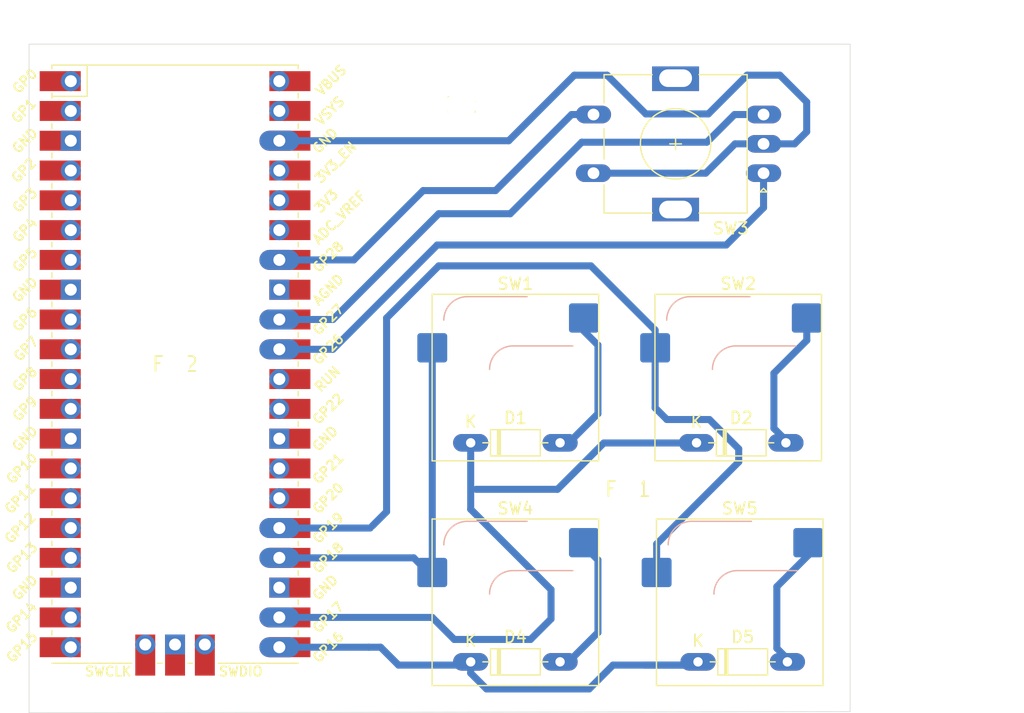
<source format=kicad_pcb>
(kicad_pcb (version 20241229) (generator "pcbnew") (generator_version "9.0")
  (layers (0 "F.Cu" signal) (2 "B.Cu" signal) (13 "F.Paste" user) (15 "B.Paste" user) (5 "F.SilkS" user "F.Silkscreen") (7 "B.SilkS" user "B.Silkscreen") (1 "F.Mask" user) (3 "B.Mask" user) (25 "Edge.Cuts" user))
  (net 0 "")
  (net 1 "Net-(D1-A)")
  (net 2 "Net-(U1-GPIO18)")
  (net 3 "Net-(D2-A)")
  (net 4 "Net-(D4-A)")
  (net 5 "Net-(D5-A)")
  (net 7 "Net-(U1-GPIO28_ADC2)")
  (net 8 "Net-(U1-GPIO26_ADC0)")
  (net 9 "Net-(SW3-PadC)")
  (net 10 "Net-(U1-GPIO27_ADC1)")
  (net 27 "Net-(D1-K)")
  (net 47 "Net-(D4-K)")
  (net 48 "Net-(U1-GPIO19)")
  (footprint "" (layer "F.Cu") (at 178.054 107.95)
    (property "Reference" "Fix1" (at 0 0 0) (layer "F.SilkS") (effects (font (size 1.27 1.27))))
    (property "Value" "")
    (pad "" np_thru_hole circle (at 0 0) (size 2.5 2.5) (drill 2.5) (layers "*.Cu" "*.Mask"))
  )
  (footprint "Switch_Keyboard_Hotswap_Kailh:SW_Hotswap_Kailh_MX" (layer "F.Cu") (at 187.587 117.58)
    (property "Reference" "SW5" (at 0 -8 0) (layer "F.SilkS"))
    (property "Value" "SW_Push_45deg")
    (fp_line (start -7.1 -7.1) (end -7.1 7.1) (stroke (width 0.12)) (layer "F.SilkS"))
    (fp_line (start -7.1 7.1) (end 7.1 7.1) (stroke (width 0.12)) (layer "F.SilkS"))
    (fp_line (start 7.1 -7.1) (end -7.1 -7.1) (stroke (width 0.12)) (layer "F.SilkS"))
    (fp_line (start 7.1 7.1) (end 7.1 -7.1) (stroke (width 0.12)) (layer "F.SilkS"))
    (fp_line (start -4.1 -6.9) (end 1 -6.9) (stroke (width 0.12)) (layer "B.SilkS"))
    (fp_line (start -0.2 -2.7) (end 4.9 -2.7) (stroke (width 0.12)) (layer "B.SilkS"))
    (fp_arc (start -6.1 -4.9) (mid -5.514214 -6.314214) (end -4.1 -6.9) (stroke (width 0.12)) (layer "B.SilkS"))
    (fp_arc (start -2.2 -0.7) (mid -1.614214 -2.114214) (end -0.2 -2.7) (stroke (width 0.12)) (layer "B.SilkS"))
    (pad "" np_thru_hole circle (at -5.08 0) (size 1.75 1.75) (drill 1.75) (layers "*.Cu" "*.Mask"))
    (pad "" np_thru_hole circle (at -3.81 -2.54) (size 3.05 3.05) (drill 3.05) (layers "*.Cu" "*.Mask"))
    (pad "" np_thru_hole circle (at 0 0) (size 4 4) (drill 4) (layers "*.Cu" "*.Mask"))
    (pad "" np_thru_hole circle (at 2.54 -5.08) (size 3.05 3.05) (drill 3.05) (layers "*.Cu" "*.Mask"))
    (pad "" np_thru_hole circle (at 5.08 0) (size 1.75 1.75) (drill 1.75) (layers "*.Cu" "*.Mask"))
    (pad "1" smd roundrect (at -7.085 -2.54) (size 2.55 2.5) (layers "B.Cu" "B.Mask" "B.Paste") (roundrect_rratio 0.1) (net 48 "Net-(U1-GPIO19)"))
    (pad "2" smd roundrect (at 5.842 -5.08) (size 2.55 2.5) (layers "B.Cu" "B.Mask" "B.Paste") (roundrect_rratio 0.1) (net 5 "Net-(D5-A)"))
  )
  (footprint "Switch_Keyboard_Hotswap_Kailh:SW_Hotswap_Kailh_MX" (layer "F.Cu") (at 168.46 98.425)
    (property "Reference" "SW1" (at 0 -8 0) (layer "F.SilkS"))
    (property "Value" "SW_Push_45deg")
    (fp_line (start -7.1 -7.1) (end -7.1 7.1) (stroke (width 0.12)) (layer "F.SilkS"))
    (fp_line (start -7.1 7.1) (end 7.1 7.1) (stroke (width 0.12)) (layer "F.SilkS"))
    (fp_line (start 7.1 -7.1) (end -7.1 -7.1) (stroke (width 0.12)) (layer "F.SilkS"))
    (fp_line (start 7.1 7.1) (end 7.1 -7.1) (stroke (width 0.12)) (layer "F.SilkS"))
    (fp_line (start -4.1 -6.9) (end 1 -6.9) (stroke (width 0.12)) (layer "B.SilkS"))
    (fp_line (start -0.2 -2.7) (end 4.9 -2.7) (stroke (width 0.12)) (layer "B.SilkS"))
    (fp_arc (start -6.1 -4.9) (mid -5.514214 -6.314214) (end -4.1 -6.9) (stroke (width 0.12)) (layer "B.SilkS"))
    (fp_arc (start -2.2 -0.7) (mid -1.614214 -2.114214) (end -0.2 -2.7) (stroke (width 0.12)) (layer "B.SilkS"))
    (pad "" np_thru_hole circle (at -5.08 0) (size 1.75 1.75) (drill 1.75) (layers "*.Cu" "*.Mask"))
    (pad "" np_thru_hole circle (at -3.81 -2.54) (size 3.05 3.05) (drill 3.05) (layers "*.Cu" "*.Mask"))
    (pad "" np_thru_hole circle (at 0 0) (size 4 4) (drill 4) (layers "*.Cu" "*.Mask"))
    (pad "" np_thru_hole circle (at 2.54 -5.08) (size 3.05 3.05) (drill 3.05) (layers "*.Cu" "*.Mask"))
    (pad "" np_thru_hole circle (at 5.08 0) (size 1.75 1.75) (drill 1.75) (layers "*.Cu" "*.Mask"))
    (pad "1" smd roundrect (at -7.085 -2.54) (size 2.55 2.5) (layers "B.Cu" "B.Mask" "B.Paste") (roundrect_rratio 0.1) (net 2 "Net-(U1-GPIO18)"))
    (pad "2" smd roundrect (at 5.842 -5.08) (size 2.55 2.5) (layers "B.Cu" "B.Mask" "B.Paste") (roundrect_rratio 0.1) (net 1 "Net-(D1-A)"))
  )
  (footprint "MCU_RaspberryPi_and_Boards:RPi_Pico_SMD_TH" (layer "F.Cu") (at 139.446 97.282)
    (property "Reference" "U1" (at 0 0 0) (layer "F.SilkS"))
    (property "Value" "Pico")
    (fp_line (start -10.5 -25.5) (end -10.5 -25.2) (stroke (width 0.12)) (layer "F.SilkS"))
    (fp_line (start -10.5 -25.5) (end 10.5 -25.5) (stroke (width 0.12)) (layer "F.SilkS"))
    (fp_line (start -10.5 -23.1) (end -10.5 -22.7) (stroke (width 0.12)) (layer "F.SilkS"))
    (fp_line (start -10.5 -22.833) (end -7.493 -22.833) (stroke (width 0.12)) (layer "F.SilkS"))
    (fp_line (start -10.5 -20.5) (end -10.5 -20.1) (stroke (width 0.12)) (layer "F.SilkS"))
    (fp_line (start -10.5 -18) (end -10.5 -17.6) (stroke (width 0.12)) (layer "F.SilkS"))
    (fp_line (start -10.5 -15.4) (end -10.5 -15) (stroke (width 0.12)) (layer "F.SilkS"))
    (fp_line (start -10.5 -12.9) (end -10.5 -12.5) (stroke (width 0.12)) (layer "F.SilkS"))
    (fp_line (start -10.5 -10.4) (end -10.5 -10) (stroke (width 0.12)) (layer "F.SilkS"))
    (fp_line (start -10.5 -7.8) (end -10.5 -7.4) (stroke (width 0.12)) (layer "F.SilkS"))
    (fp_line (start -10.5 -5.3) (end -10.5 -4.9) (stroke (width 0.12)) (layer "F.SilkS"))
    (fp_line (start -10.5 -2.7) (end -10.5 -2.3) (stroke (width 0.12)) (layer "F.SilkS"))
    (fp_line (start -10.5 -0.2) (end -10.5 0.2) (stroke (width 0.12)) (layer "F.SilkS"))
    (fp_line (start -10.5 2.3) (end -10.5 2.7) (stroke (width 0.12)) (layer "F.SilkS"))
    (fp_line (start -10.5 4.9) (end -10.5 5.3) (stroke (width 0.12)) (layer "F.SilkS"))
    (fp_line (start -10.5 7.4) (end -10.5 7.8) (stroke (width 0.12)) (layer "F.SilkS"))
    (fp_line (start -10.5 10) (end -10.5 10.4) (stroke (width 0.12)) (layer "F.SilkS"))
    (fp_line (start -10.5 12.5) (end -10.5 12.9) (stroke (width 0.12)) (layer "F.SilkS"))
    (fp_line (start -10.5 15.1) (end -10.5 15.5) (stroke (width 0.12)) (layer "F.SilkS"))
    (fp_line (start -10.5 17.6) (end -10.5 18) (stroke (width 0.12)) (layer "F.SilkS"))
    (fp_line (start -10.5 20.1) (end -10.5 20.5) (stroke (width 0.12)) (layer "F.SilkS"))
    (fp_line (start -10.5 22.7) (end -10.5 23.1) (stroke (width 0.12)) (layer "F.SilkS"))
    (fp_line (start -7.493 -22.833) (end -7.493 -25.5) (stroke (width 0.12)) (layer "F.SilkS"))
    (fp_line (start -3.7 25.5) (end -10.5 25.5) (stroke (width 0.12)) (layer "F.SilkS"))
    (fp_line (start -1.5 25.5) (end -1.1 25.5) (stroke (width 0.12)) (layer "F.SilkS"))
    (fp_line (start 1.1 25.5) (end 1.5 25.5) (stroke (width 0.12)) (layer "F.SilkS"))
    (fp_line (start 10.5 -25.5) (end 10.5 -25.2) (stroke (width 0.12)) (layer "F.SilkS"))
    (fp_line (start 10.5 -23.1) (end 10.5 -22.7) (stroke (width 0.12)) (layer "F.SilkS"))
    (fp_line (start 10.5 -20.5) (end 10.5 -20.1) (stroke (width 0.12)) (layer "F.SilkS"))
    (fp_line (start 10.5 -18) (end 10.5 -17.6) (stroke (width 0.12)) (layer "F.SilkS"))
    (fp_line (start 10.5 -15.4) (end 10.5 -15) (stroke (width 0.12)) (layer "F.SilkS"))
    (fp_line (start 10.5 -12.9) (end 10.5 -12.5) (stroke (width 0.12)) (layer "F.SilkS"))
    (fp_line (start 10.5 -10.4) (end 10.5 -10) (stroke (width 0.12)) (layer "F.SilkS"))
    (fp_line (start 10.5 -7.8) (end 10.5 -7.4) (stroke (width 0.12)) (layer "F.SilkS"))
    (fp_line (start 10.5 -5.3) (end 10.5 -4.9) (stroke (width 0.12)) (layer "F.SilkS"))
    (fp_line (start 10.5 -2.7) (end 10.5 -2.3) (stroke (width 0.12)) (layer "F.SilkS"))
    (fp_line (start 10.5 -0.2) (end 10.5 0.2) (stroke (width 0.12)) (layer "F.SilkS"))
    (fp_line (start 10.5 2.3) (end 10.5 2.7) (stroke (width 0.12)) (layer "F.SilkS"))
    (fp_line (start 10.5 4.9) (end 10.5 5.3) (stroke (width 0.12)) (layer "F.SilkS"))
    (fp_line (start 10.5 7.4) (end 10.5 7.8) (stroke (width 0.12)) (layer "F.SilkS"))
    (fp_line (start 10.5 10) (end 10.5 10.4) (stroke (width 0.12)) (layer "F.SilkS"))
    (fp_line (start 10.5 12.5) (end 10.5 12.9) (stroke (width 0.12)) (layer "F.SilkS"))
    (fp_line (start 10.5 15.1) (end 10.5 15.5) (stroke (width 0.12)) (layer "F.SilkS"))
    (fp_line (start 10.5 17.6) (end 10.5 18) (stroke (width 0.12)) (layer "F.SilkS"))
    (fp_line (start 10.5 20.1) (end 10.5 20.5) (stroke (width 0.12)) (layer "F.SilkS"))
    (fp_line (start 10.5 22.7) (end 10.5 23.1) (stroke (width 0.12)) (layer "F.SilkS"))
    (fp_line (start 10.5 25.5) (end 3.7 25.5) (stroke (width 0.12)) (layer "F.SilkS"))
    (fp_text user "AGND" (at 13.054 -6.35 45) (layer "F.SilkS") (effects (font (size 0.8 0.8))))
    (fp_text user "GP0" (at -12.8 -24.13 45) (layer "F.SilkS") (effects (font (size 0.8 0.8))))
    (fp_text user "GP5" (at -12.8 -8.89 45) (layer "F.SilkS") (effects (font (size 0.8 0.8))))
    (fp_text user "GP11" (at -13.2 11.43 45) (layer "F.SilkS") (effects (font (size 0.8 0.8))))
    (fp_text user "GP2" (at -12.9 -16.51 45) (layer "F.SilkS") (effects (font (size 0.8 0.8))))
    (fp_text user "RUN" (at 13 1.27 45) (layer "F.SilkS") (effects (font (size 0.8 0.8))))
    (fp_text user "GP16" (at 13.054 24.13 45) (layer "F.SilkS") (effects (font (size 0.8 0.8))))
    (fp_text user "GP7" (at -12.7 -1.3 45) (layer "F.SilkS") (effects (font (size 0.8 0.8))))
    (fp_text user "GP13" (at -13.054 16.51 45) (layer "F.SilkS") (effects (font (size 0.8 0.8))))
    (fp_text user "GND" (at 12.8 -19.05 45) (layer "F.SilkS") (effects (font (size 0.8 0.8))))
    (fp_text user "GND" (at -12.8 6.35 45) (layer "F.SilkS") (effects (font (size 0.8 0.8))))
    (fp_text user "VSYS" (at 13.2 -21.59 45) (layer "F.SilkS") (effects (font (size 0.8 0.8))))
    (fp_text user "3V3" (at 12.9 -13.9 45) (layer "F.SilkS") (effects (font (size 0.8 0.8))))
    (fp_text user "GP21" (at 13.054 8.9 45) (layer "F.SilkS") (effects (font (size 0.8 0.8))))
    (fp_text user "GP28" (at 13.054 -9.144 45) (layer "F.SilkS") (effects (font (size 0.8 0.8))))
    (fp_text user "SWDIO" (at 5.6 26.2 0) (layer "F.SilkS") (effects (font (size 0.8 0.8))))
    (fp_text user "SWCLK" (at -5.7 26.2 0) (layer "F.SilkS") (effects (font (size 0.8 0.8))))
    (fp_text user "GND" (at 12.8 19.05 45) (layer "F.SilkS") (effects (font (size 0.8 0.8))))
    (fp_text user "GP8" (at -12.8 1.27 45) (layer "F.SilkS") (effects (font (size 0.8 0.8))))
    (fp_text user "3V3_EN" (at 13.7 -17.2 45) (layer "F.SilkS") (effects (font (size 0.8 0.8))))
    (fp_text user "VBUS" (at 13.3 -24.2 45) (layer "F.SilkS") (effects (font (size 0.8 0.8))))
    (fp_text user "GP14" (at -13.1 21.59 45) (layer "F.SilkS") (effects (font (size 0.8 0.8))))
    (fp_text user "GND" (at 12.8 6.35 45) (layer "F.SilkS") (effects (font (size 0.8 0.8))))
    (fp_text user "GP12" (at -13.2 13.97 45) (layer "F.SilkS") (effects (font (size 0.8 0.8))))
    (fp_text user "GP20" (at 13.054 11.43 45) (layer "F.SilkS") (effects (font (size 0.8 0.8))))
    (fp_text user "GP10" (at -13.054 8.89 45) (layer "F.SilkS") (effects (font (size 0.8 0.8))))
    (fp_text user "GND" (at -12.8 19.05 45) (layer "F.SilkS") (effects (font (size 0.8 0.8))))
    (fp_text user "GP18" (at 13.054 16.51 45) (layer "F.SilkS") (effects (font (size 0.8 0.8))))
    (fp_text user "GP9" (at -12.8 3.81 45) (layer "F.SilkS") (effects (font (size 0.8 0.8))))
    (fp_text user "ADC_VREF" (at 14 -12.5 45) (layer "F.SilkS") (effects (font (size 0.8 0.8))))
    (fp_text user "GP4" (at -12.8 -11.43 45) (layer "F.SilkS") (effects (font (size 0.8 0.8))))
    (fp_text user "GP15" (at -13.054 24.13 45) (layer "F.SilkS") (effects (font (size 0.8 0.8))))
    (fp_text user "GND" (at -12.8 -19.05 45) (layer "F.SilkS") (effects (font (size 0.8 0.8))))
    (fp_text user "GP19" (at 13.054 13.97 45) (layer "F.SilkS") (effects (font (size 0.8 0.8))))
    (fp_text user "GP26" (at 13.054 -1.27 45) (layer "F.SilkS") (effects (font (size 0.8 0.8))))
    (fp_text user "GP1" (at -12.9 -21.6 45) (layer "F.SilkS") (effects (font (size 0.8 0.8))))
    (fp_text user "GP27" (at 13.054 -3.8 45) (layer "F.SilkS") (effects (font (size 0.8 0.8))))
    (fp_text user "GND" (at -12.8 -6.35 45) (layer "F.SilkS") (effects (font (size 0.8 0.8))))
    (fp_text user "GP22" (at 13.054 3.81 45) (layer "F.SilkS") (effects (font (size 0.8 0.8))))
    (fp_text user "GP6" (at -12.8 -3.81 45) (layer "F.SilkS") (effects (font (size 0.8 0.8))))
    (fp_text user "GP3" (at -12.8 -13.97 45) (layer "F.SilkS") (effects (font (size 0.8 0.8))))
    (fp_text user "GP17" (at 13.054 21.59 45) (layer "F.SilkS") (effects (font (size 0.8 0.8))))
    (pad "" np_thru_hole oval (at -2.725 -24) (size 1.8 1.8) (drill 1.8) (layers "*.Cu" "*.Mask"))
    (pad "" np_thru_hole oval (at -2.425 -20.97) (size 1.5 1.5) (drill 1.5) (layers "*.Cu" "*.Mask"))
    (pad "" np_thru_hole oval (at 0 -12) (size 4 4) (drill 4) (layers "*.Cu" "*.Mask"))
    (pad "" np_thru_hole oval (at 0 11) (size 4 4) (drill 4) (layers "*.Cu" "*.Mask"))
    (pad "" np_thru_hole oval (at 2.425 -20.97) (size 1.5 1.5) (drill 1.5) (layers "*.Cu" "*.Mask"))
    (pad "" np_thru_hole oval (at 2.725 -24) (size 1.8 1.8) (drill 1.8) (layers "*.Cu" "*.Mask"))
    (pad "1" thru_hole oval (at -8.89 -24.13) (size 1.7 1.7) (drill 1.02) (layers "*.Cu" "*.Mask"))
    (pad "1" smd rect (at -8.89 -24.13) (size 3.5 1.7) (drill (offset -0.9 0)) (layers "F.Cu" "F.Mask"))
    (pad "2" thru_hole oval (at -8.89 -21.59) (size 1.7 1.7) (drill 1.02) (layers "*.Cu" "*.Mask"))
    (pad "2" smd rect (at -8.89 -21.59) (size 3.5 1.7) (drill (offset -0.9 0)) (layers "F.Cu" "F.Mask"))
    (pad "3" thru_hole rect (at -8.89 -19.05) (size 1.7 1.7) (drill 1.02) (layers "*.Cu" "*.Mask"))
    (pad "3" smd rect (at -8.89 -19.05) (size 3.5 1.7) (drill (offset -0.9 0)) (layers "F.Cu" "F.Mask"))
    (pad "4" thru_hole oval (at -8.89 -16.51) (size 1.7 1.7) (drill 1.02) (layers "*.Cu" "*.Mask"))
    (pad "4" smd rect (at -8.89 -16.51) (size 3.5 1.7) (drill (offset -0.9 0)) (layers "F.Cu" "F.Mask"))
    (pad "5" thru_hole oval (at -8.89 -13.97) (size 1.7 1.7) (drill 1.02) (layers "*.Cu" "*.Mask"))
    (pad "5" smd rect (at -8.89 -13.97) (size 3.5 1.7) (drill (offset -0.9 0)) (layers "F.Cu" "F.Mask"))
    (pad "6" thru_hole oval (at -8.89 -11.43) (size 1.7 1.7) (drill 1.02) (layers "*.Cu" "*.Mask"))
    (pad "6" smd rect (at -8.89 -11.43) (size 3.5 1.7) (drill (offset -0.9 0)) (layers "F.Cu" "F.Mask"))
    (pad "7" thru_hole oval (at -8.89 -8.89) (size 1.7 1.7) (drill 1.02) (layers "*.Cu" "*.Mask"))
    (pad "7" smd rect (at -8.89 -8.89) (size 3.5 1.7) (drill (offset -0.9 0)) (layers "F.Cu" "F.Mask"))
    (pad "8" thru_hole rect (at -8.89 -6.35) (size 1.7 1.7) (drill 1.02) (layers "*.Cu" "*.Mask"))
    (pad "8" smd rect (at -8.89 -6.35) (size 3.5 1.7) (drill (offset -0.9 0)) (layers "F.Cu" "F.Mask"))
    (pad "9" thru_hole oval (at -8.89 -3.81) (size 1.7 1.7) (drill 1.02) (layers "*.Cu" "*.Mask"))
    (pad "9" smd rect (at -8.89 -3.81) (size 3.5 1.7) (drill (offset -0.9 0)) (layers "F.Cu" "F.Mask"))
    (pad "10" thru_hole oval (at -8.89 -1.27) (size 1.7 1.7) (drill 1.02) (layers "*.Cu" "*.Mask"))
    (pad "10" smd rect (at -8.89 -1.27) (size 3.5 1.7) (drill (offset -0.9 0)) (layers "F.Cu" "F.Mask"))
    (pad "11" thru_hole oval (at -8.89 1.27) (size 1.7 1.7) (drill 1.02) (layers "*.Cu" "*.Mask"))
    (pad "11" smd rect (at -8.89 1.27) (size 3.5 1.7) (drill (offset -0.9 0)) (layers "F.Cu" "F.Mask"))
    (pad "12" thru_hole oval (at -8.89 3.81) (size 1.7 1.7) (drill 1.02) (layers "*.Cu" "*.Mask"))
    (pad "12" smd rect (at -8.89 3.81) (size 3.5 1.7) (drill (offset -0.9 0)) (layers "F.Cu" "F.Mask"))
    (pad "13" thru_hole rect (at -8.89 6.35) (size 1.7 1.7) (drill 1.02) (layers "*.Cu" "*.Mask"))
    (pad "13" smd rect (at -8.89 6.35) (size 3.5 1.7) (drill (offset -0.9 0)) (layers "F.Cu" "F.Mask"))
    (pad "14" thru_hole oval (at -8.89 8.89) (size 1.7 1.7) (drill 1.02) (layers "*.Cu" "*.Mask"))
    (pad "14" smd rect (at -8.89 8.89) (size 3.5 1.7) (drill (offset -0.9 0)) (layers "F.Cu" "F.Mask"))
    (pad "15" thru_hole oval (at -8.89 11.43) (size 1.7 1.7) (drill 1.02) (layers "*.Cu" "*.Mask"))
    (pad "15" smd rect (at -8.89 11.43) (size 3.5 1.7) (drill (offset -0.9 0)) (layers "F.Cu" "F.Mask"))
    (pad "16" thru_hole oval (at -8.89 13.97) (size 1.7 1.7) (drill 1.02) (layers "*.Cu" "*.Mask"))
    (pad "16" smd rect (at -8.89 13.97) (size 3.5 1.7) (drill (offset -0.9 0)) (layers "F.Cu" "F.Mask"))
    (pad "17" thru_hole oval (at -8.89 16.51) (size 1.7 1.7) (drill 1.02) (layers "*.Cu" "*.Mask"))
    (pad "17" smd rect (at -8.89 16.51) (size 3.5 1.7) (drill (offset -0.9 0)) (layers "F.Cu" "F.Mask"))
    (pad "18" thru_hole rect (at -8.89 19.05) (size 1.7 1.7) (drill 1.02) (layers "*.Cu" "*.Mask"))
    (pad "18" smd rect (at -8.89 19.05) (size 3.5 1.7) (drill (offset -0.9 0)) (layers "F.Cu" "F.Mask"))
    (pad "19" thru_hole oval (at -8.89 21.59) (size 1.7 1.7) (drill 1.02) (layers "*.Cu" "*.Mask"))
    (pad "19" smd rect (at -8.89 21.59) (size 3.5 1.7) (drill (offset -0.9 0)) (layers "F.Cu" "F.Mask"))
    (pad "20" thru_hole oval (at -8.89 24.13) (size 1.7 1.7) (drill 1.02) (layers "*.Cu" "*.Mask"))
    (pad "20" smd rect (at -8.89 24.13) (size 3.5 1.7) (drill (offset -0.9 0)) (layers "F.Cu" "F.Mask"))
    (pad "21" thru_hole oval (at 8.89 24.13) (size 3.4 1.7) (drill 1.02) (layers "*.Cu" "*.Mask") (net 47 "Net-(D4-K)"))
    (pad "21" smd rect (at 8.89 24.13) (size 3.5 1.7) (drill (offset 0.9 0)) (layers "F.Cu" "F.Mask") (net 47 "Net-(D4-K)"))
    (pad "22" thru_hole oval (at 8.89 21.59) (size 3.4 1.7) (drill 1.02) (layers "*.Cu" "*.Mask") (net 27 "Net-(D1-K)"))
    (pad "22" smd rect (at 8.89 21.59) (size 3.5 1.7) (drill (offset 0.9 0)) (layers "F.Cu" "F.Mask") (net 27 "Net-(D1-K)"))
    (pad "23" thru_hole rect (at 8.89 19.05) (size 1.7 1.7) (drill 1.02) (layers "*.Cu" "*.Mask"))
    (pad "23" smd rect (at 8.89 19.05) (size 3.5 1.7) (drill (offset 0.9 0)) (layers "F.Cu" "F.Mask"))
    (pad "24" thru_hole oval (at 8.89 16.51) (size 3.4 1.7) (drill 1.02) (layers "*.Cu" "*.Mask") (net 2 "Net-(U1-GPIO18)"))
    (pad "24" smd rect (at 8.89 16.51) (size 3.5 1.7) (drill (offset 0.9 0)) (layers "F.Cu" "F.Mask") (net 2 "Net-(U1-GPIO18)"))
    (pad "25" thru_hole oval (at 8.89 13.97) (size 3.4 1.7) (drill 1.02) (layers "*.Cu" "*.Mask") (net 48 "Net-(U1-GPIO19)"))
    (pad "25" smd rect (at 8.89 13.97) (size 3.5 1.7) (drill (offset 0.9 0)) (layers "F.Cu" "F.Mask") (net 48 "Net-(U1-GPIO19)"))
    (pad "26" thru_hole oval (at 8.89 11.43) (size 1.7 1.7) (drill 1.02) (layers "*.Cu" "*.Mask"))
    (pad "26" smd rect (at 8.89 11.43) (size 3.5 1.7) (drill (offset 0.9 0)) (layers "F.Cu" "F.Mask"))
    (pad "27" thru_hole oval (at 8.89 8.89) (size 1.7 1.7) (drill 1.02) (layers "*.Cu" "*.Mask"))
    (pad "27" smd rect (at 8.89 8.89) (size 3.5 1.7) (drill (offset 0.9 0)) (layers "F.Cu" "F.Mask"))
    (pad "28" thru_hole rect (at 8.89 6.35) (size 1.7 1.7) (drill 1.02) (layers "*.Cu" "*.Mask"))
    (pad "28" smd rect (at 8.89 6.35) (size 3.5 1.7) (drill (offset 0.9 0)) (layers "F.Cu" "F.Mask"))
    (pad "29" thru_hole oval (at 8.89 3.81) (size 1.7 1.7) (drill 1.02) (layers "*.Cu" "*.Mask"))
    (pad "29" smd rect (at 8.89 3.81) (size 3.5 1.7) (drill (offset 0.9 0)) (layers "F.Cu" "F.Mask"))
    (pad "30" thru_hole oval (at 8.89 1.27) (size 1.7 1.7) (drill 1.02) (layers "*.Cu" "*.Mask"))
    (pad "30" smd rect (at 8.89 1.27) (size 3.5 1.7) (drill (offset 0.9 0)) (layers "F.Cu" "F.Mask"))
    (pad "31" thru_hole oval (at 8.89 -1.27) (size 3.4 1.7) (drill 1.02) (layers "*.Cu" "*.Mask") (net 8 "Net-(U1-GPIO26_ADC0)"))
    (pad "31" smd rect (at 8.89 -1.27) (size 3.5 1.7) (drill (offset 0.9 0)) (layers "F.Cu" "F.Mask") (net 8 "Net-(U1-GPIO26_ADC0)"))
    (pad "32" thru_hole oval (at 8.89 -3.81) (size 3.4 1.7) (drill 1.02) (layers "*.Cu" "*.Mask") (net 10 "Net-(U1-GPIO27_ADC1)"))
    (pad "32" smd rect (at 8.89 -3.81) (size 3.5 1.7) (drill (offset 0.9 0)) (layers "F.Cu" "F.Mask") (net 10 "Net-(U1-GPIO27_ADC1)"))
    (pad "33" thru_hole rect (at 8.89 -6.35) (size 1.7 1.7) (drill 1.02) (layers "*.Cu" "*.Mask"))
    (pad "33" smd rect (at 8.89 -6.35) (size 3.5 1.7) (drill (offset 0.9 0)) (layers "F.Cu" "F.Mask"))
    (pad "34" thru_hole oval (at 8.89 -8.89) (size 3.4 1.7) (drill 1.02) (layers "*.Cu" "*.Mask") (net 7 "Net-(U1-GPIO28_ADC2)"))
    (pad "34" smd rect (at 8.89 -8.89) (size 3.5 1.7) (drill (offset 0.9 0)) (layers "F.Cu" "F.Mask") (net 7 "Net-(U1-GPIO28_ADC2)"))
    (pad "35" thru_hole oval (at 8.89 -11.43) (size 1.7 1.7) (drill 1.02) (layers "*.Cu" "*.Mask"))
    (pad "35" smd rect (at 8.89 -11.43) (size 3.5 1.7) (drill (offset 0.9 0)) (layers "F.Cu" "F.Mask"))
    (pad "36" thru_hole oval (at 8.89 -13.97) (size 1.7 1.7) (drill 1.02) (layers "*.Cu" "*.Mask"))
    (pad "36" smd rect (at 8.89 -13.97) (size 3.5 1.7) (drill (offset 0.9 0)) (layers "F.Cu" "F.Mask"))
    (pad "37" thru_hole oval (at 8.89 -16.51) (size 1.7 1.7) (drill 1.02) (layers "*.Cu" "*.Mask"))
    (pad "37" smd rect (at 8.89 -16.51) (size 3.5 1.7) (drill (offset 0.9 0)) (layers "F.Cu" "F.Mask"))
    (pad "38" thru_hole oval (at 8.89 -19.05) (size 3.4 1.7) (drill 1.02) (layers "*.Cu" "*.Mask") (net 9 "Net-(SW3-PadC)"))
    (pad "38" smd rect (at 8.89 -19.05) (size 3.5 1.7) (drill (offset 0.9 0)) (layers "F.Cu" "F.Mask") (net 9 "Net-(SW3-PadC)"))
    (pad "39" thru_hole oval (at 8.89 -21.59) (size 1.7 1.7) (drill 1.02) (layers "*.Cu" "*.Mask"))
    (pad "39" smd rect (at 8.89 -21.59) (size 3.5 1.7) (drill (offset 0.9 0)) (layers "F.Cu" "F.Mask"))
    (pad "40" thru_hole oval (at 8.89 -24.13) (size 1.7 1.7) (drill 1.02) (layers "*.Cu" "*.Mask"))
    (pad "40" smd rect (at 8.89 -24.13) (size 3.5 1.7) (drill (offset 0.9 0)) (layers "F.Cu" "F.Mask"))
    (pad "41" thru_hole oval (at -2.54 23.9) (size 1.7 1.7) (drill 1.02) (layers "*.Cu" "*.Mask"))
    (pad "41" smd rect (at -2.54 23.9 90) (size 3.5 1.7) (drill (offset -0.9 0)) (layers "F.Cu" "F.Mask"))
    (pad "42" thru_hole rect (at 0 23.9) (size 1.7 1.7) (drill 1.02) (layers "*.Cu" "*.Mask"))
    (pad "42" smd rect (at 0 23.9 90) (size 3.5 1.7) (drill (offset -0.9 0)) (layers "F.Cu" "F.Mask"))
    (pad "43" thru_hole oval (at 2.54 23.9) (size 1.7 1.7) (drill 1.02) (layers "*.Cu" "*.Mask"))
    (pad "43" smd rect (at 2.54 23.9 90) (size 3.5 1.7) (drill (offset -0.9 0)) (layers "F.Cu" "F.Mask"))
  )
  (footprint "Diode_THT:D_DO-35_SOD27_P7.62mm_Horizontal" (layer "F.Cu") (at 184.031 122.66)
    (property "Reference" "D5" (at 3.81 -2.12 0) (layer "F.SilkS"))
    (property "Value" "1N4148")
    (fp_line (start 1.04 0) (end 1.69 0) (stroke (width 0.12)) (layer "F.SilkS"))
    (fp_line (start 1.69 -1.12) (end 1.69 1.12) (stroke (width 0.12)) (layer "F.SilkS"))
    (fp_line (start 1.69 1.12) (end 5.93 1.12) (stroke (width 0.12)) (layer "F.SilkS"))
    (fp_line (start 2.29 -1.12) (end 2.29 1.12) (stroke (width 0.12)) (layer "F.SilkS"))
    (fp_line (start 2.41 -1.12) (end 2.41 1.12) (stroke (width 0.12)) (layer "F.SilkS"))
    (fp_line (start 2.53 -1.12) (end 2.53 1.12) (stroke (width 0.12)) (layer "F.SilkS"))
    (fp_line (start 5.93 -1.12) (end 1.69 -1.12) (stroke (width 0.12)) (layer "F.SilkS"))
    (fp_line (start 5.93 1.12) (end 5.93 -1.12) (stroke (width 0.12)) (layer "F.SilkS"))
    (fp_line (start 6.58 0) (end 5.93 0) (stroke (width 0.12)) (layer "F.SilkS"))
    (fp_text user "K" (at 0 -1.8 0) (layer "F.SilkS"))
    (pad "1" thru_hole oval (at 0 0) (size 3 1.5) (drill 0.8) (layers "*.Cu" "*.Mask") (net 47 "Net-(D4-K)"))
    (pad "2" thru_hole oval (at 7.62 0) (size 3 1.5) (drill 0.8) (layers "*.Cu" "*.Mask") (net 5 "Net-(D5-A)"))
  )
  (footprint "" (layer "F.Cu") (at 139.446 97.282)
    (property "Reference" "Fix2" (at 0 0 0) (layer "F.SilkS") (effects (font (size 1.27 1.27))))
    (property "Value" "")
    (pad "" np_thru_hole circle (at 0 0) (size 2.5 2.5) (drill 2.5) (layers "*.Cu" "*.Mask"))
  )
  (footprint "Diode_THT:D_DO-35_SOD27_P7.62mm_Horizontal" (layer "F.Cu") (at 164.65 103.985)
    (property "Reference" "D1" (at 3.81 -2.12 0) (layer "F.SilkS"))
    (property "Value" "1N4148")
    (fp_line (start 1.04 0) (end 1.69 0) (stroke (width 0.12)) (layer "F.SilkS"))
    (fp_line (start 1.69 -1.12) (end 1.69 1.12) (stroke (width 0.12)) (layer "F.SilkS"))
    (fp_line (start 1.69 1.12) (end 5.93 1.12) (stroke (width 0.12)) (layer "F.SilkS"))
    (fp_line (start 2.29 -1.12) (end 2.29 1.12) (stroke (width 0.12)) (layer "F.SilkS"))
    (fp_line (start 2.41 -1.12) (end 2.41 1.12) (stroke (width 0.12)) (layer "F.SilkS"))
    (fp_line (start 2.53 -1.12) (end 2.53 1.12) (stroke (width 0.12)) (layer "F.SilkS"))
    (fp_line (start 5.93 -1.12) (end 1.69 -1.12) (stroke (width 0.12)) (layer "F.SilkS"))
    (fp_line (start 5.93 1.12) (end 5.93 -1.12) (stroke (width 0.12)) (layer "F.SilkS"))
    (fp_line (start 6.58 0) (end 5.93 0) (stroke (width 0.12)) (layer "F.SilkS"))
    (fp_text user "K" (at 0 -1.8 0) (layer "F.SilkS"))
    (pad "1" thru_hole oval (at 0 0) (size 3 1.5) (drill 0.8) (layers "*.Cu" "*.Mask") (net 27 "Net-(D1-K)"))
    (pad "2" thru_hole oval (at 7.62 0) (size 3 1.5) (drill 0.8) (layers "*.Cu" "*.Mask") (net 1 "Net-(D1-A)"))
  )
  (footprint "Switch_Keyboard_Hotswap_Kailh:SW_Hotswap_Kailh_MX" (layer "F.Cu") (at 187.46 98.425)
    (property "Reference" "SW2" (at 0 -8 0) (layer "F.SilkS"))
    (property "Value" "SW_Push_45deg")
    (fp_line (start -7.1 -7.1) (end -7.1 7.1) (stroke (width 0.12)) (layer "F.SilkS"))
    (fp_line (start -7.1 7.1) (end 7.1 7.1) (stroke (width 0.12)) (layer "F.SilkS"))
    (fp_line (start 7.1 -7.1) (end -7.1 -7.1) (stroke (width 0.12)) (layer "F.SilkS"))
    (fp_line (start 7.1 7.1) (end 7.1 -7.1) (stroke (width 0.12)) (layer "F.SilkS"))
    (fp_line (start -4.1 -6.9) (end 1 -6.9) (stroke (width 0.12)) (layer "B.SilkS"))
    (fp_line (start -0.2 -2.7) (end 4.9 -2.7) (stroke (width 0.12)) (layer "B.SilkS"))
    (fp_arc (start -6.1 -4.9) (mid -5.514214 -6.314214) (end -4.1 -6.9) (stroke (width 0.12)) (layer "B.SilkS"))
    (fp_arc (start -2.2 -0.7) (mid -1.614214 -2.114214) (end -0.2 -2.7) (stroke (width 0.12)) (layer "B.SilkS"))
    (pad "" np_thru_hole circle (at -5.08 0) (size 1.75 1.75) (drill 1.75) (layers "*.Cu" "*.Mask"))
    (pad "" np_thru_hole circle (at -3.81 -2.54) (size 3.05 3.05) (drill 3.05) (layers "*.Cu" "*.Mask"))
    (pad "" np_thru_hole circle (at 0 0) (size 4 4) (drill 4) (layers "*.Cu" "*.Mask"))
    (pad "" np_thru_hole circle (at 2.54 -5.08) (size 3.05 3.05) (drill 3.05) (layers "*.Cu" "*.Mask"))
    (pad "" np_thru_hole circle (at 5.08 0) (size 1.75 1.75) (drill 1.75) (layers "*.Cu" "*.Mask"))
    (pad "1" smd roundrect (at -7.085 -2.54) (size 2.55 2.5) (layers "B.Cu" "B.Mask" "B.Paste") (roundrect_rratio 0.1) (net 48 "Net-(U1-GPIO19)"))
    (pad "2" smd roundrect (at 5.842 -5.08) (size 2.55 2.5) (layers "B.Cu" "B.Mask" "B.Paste") (roundrect_rratio 0.1) (net 3 "Net-(D2-A)"))
  )
  (footprint "Rotary_Encoder:RotaryEncoder_Alps_EC11E-Switch_Vertical_H20mm" (layer "F.Cu") (at 189.618 80.998 180)
    (property "Reference" "SW3" (at 2.8 -4.7 0) (layer "F.SilkS"))
    (property "Value" "RotaryEncoder_Switch_MP")
    (fp_line (start 13.6 8.4) (end 9.5 8.4) (stroke (width 0.12)) (layer "F.SilkS"))
    (fp_line (start 13.6 6) (end 13.6 8.4) (stroke (width 0.12)) (layer "F.SilkS"))
    (fp_line (start 13.6 1.2) (end 13.6 3.8) (stroke (width 0.12)) (layer "F.SilkS"))
    (fp_line (start 13.6 -3.4) (end 13.6 -1) (stroke (width 0.12)) (layer "F.SilkS"))
    (fp_line (start 9.5 -3.4) (end 13.6 -3.4) (stroke (width 0.12)) (layer "F.SilkS"))
    (fp_line (start 7.5 2) (end 7.5 3) (stroke (width 0.12)) (layer "F.SilkS"))
    (fp_line (start 7 2.5) (end 8 2.5) (stroke (width 0.12)) (layer "F.SilkS"))
    (fp_line (start 5.5 8.4) (end 1.4 8.4) (stroke (width 0.12)) (layer "F.SilkS"))
    (fp_line (start 5.5 -3.4) (end 1.4 -3.4) (stroke (width 0.12)) (layer "F.SilkS"))
    (fp_line (start 1.4 -3.4) (end 1.4 8.4) (stroke (width 0.12)) (layer "F.SilkS"))
    (fp_line (start 0.3 -1.6) (end 0 -1.3) (stroke (width 0.12)) (layer "F.SilkS"))
    (fp_line (start 0 -1.3) (end -0.3 -1.6) (stroke (width 0.12)) (layer "F.SilkS"))
    (fp_line (start -0.3 -1.6) (end 0.3 -1.6) (stroke (width 0.12)) (layer "F.SilkS"))
    (fp_circle (center 7.5 2.5) (end 10.5 2.5) (stroke (width 0.12)) (fill no) (layer "F.SilkS"))
    (pad "A" thru_hole oval (at 0 0 180) (size 3 1.5) (drill 1) (layers "*.Cu" "*.Mask") (net 8 "Net-(U1-GPIO26_ADC0)"))
    (pad "B" thru_hole oval (at 0 5 180) (size 3 1.5) (drill 1) (layers "*.Cu" "*.Mask") (net 10 "Net-(U1-GPIO27_ADC1)"))
    (pad "C" thru_hole oval (at 0 2.5 180) (size 3 1.5) (drill 1) (layers "*.Cu" "*.Mask") (net 9 "Net-(SW3-PadC)"))
    (pad "MP" thru_hole rect (at 7.5 -3.1 180) (size 4 2) (drill oval 2.8 1.5) (layers "*.Cu" "*.Mask"))
    (pad "MP" thru_hole rect (at 7.5 8.1 180) (size 4 2.1) (drill oval 2.8 1.5 (offset 0 -0.05)) (layers "*.Cu" "*.Mask"))
    (pad "S1" thru_hole oval (at 14.5 5) (size 3 1.5) (drill 1) (layers "*.Cu" "*.Mask") (net 7 "Net-(U1-GPIO28_ADC2)"))
    (pad "S2" thru_hole oval (at 14.5 0) (size 3 1.5) (drill 1) (layers "*.Cu" "*.Mask") (net 9 "Net-(SW3-PadC)"))
  )
  (footprint "Diode_THT:D_DO-35_SOD27_P7.62mm_Horizontal" (layer "F.Cu") (at 164.65 122.66)
    (property "Reference" "D4" (at 3.81 -2.12 0) (layer "F.SilkS"))
    (property "Value" "1N4148")
    (fp_line (start 1.04 0) (end 1.69 0) (stroke (width 0.12)) (layer "F.SilkS"))
    (fp_line (start 1.69 -1.12) (end 1.69 1.12) (stroke (width 0.12)) (layer "F.SilkS"))
    (fp_line (start 1.69 1.12) (end 5.93 1.12) (stroke (width 0.12)) (layer "F.SilkS"))
    (fp_line (start 2.29 -1.12) (end 2.29 1.12) (stroke (width 0.12)) (layer "F.SilkS"))
    (fp_line (start 2.41 -1.12) (end 2.41 1.12) (stroke (width 0.12)) (layer "F.SilkS"))
    (fp_line (start 2.53 -1.12) (end 2.53 1.12) (stroke (width 0.12)) (layer "F.SilkS"))
    (fp_line (start 5.93 -1.12) (end 1.69 -1.12) (stroke (width 0.12)) (layer "F.SilkS"))
    (fp_line (start 5.93 1.12) (end 5.93 -1.12) (stroke (width 0.12)) (layer "F.SilkS"))
    (fp_line (start 6.58 0) (end 5.93 0) (stroke (width 0.12)) (layer "F.SilkS"))
    (fp_text user "K" (at 0 -1.8 0) (layer "F.SilkS"))
    (pad "1" thru_hole oval (at 0 0) (size 3 1.5) (drill 0.8) (layers "*.Cu" "*.Mask") (net 47 "Net-(D4-K)"))
    (pad "2" thru_hole oval (at 7.62 0) (size 3 1.5) (drill 0.8) (layers "*.Cu" "*.Mask") (net 4 "Net-(D4-A)"))
  )
  (footprint "Diode_THT:D_DO-35_SOD27_P7.62mm_Horizontal" (layer "F.Cu") (at 183.904 103.985)
    (property "Reference" "D2" (at 3.81 -2.12 0) (layer "F.SilkS"))
    (property "Value" "1N4148")
    (fp_line (start 1.04 0) (end 1.69 0) (stroke (width 0.12)) (layer "F.SilkS"))
    (fp_line (start 1.69 -1.12) (end 1.69 1.12) (stroke (width 0.12)) (layer "F.SilkS"))
    (fp_line (start 1.69 1.12) (end 5.93 1.12) (stroke (width 0.12)) (layer "F.SilkS"))
    (fp_line (start 2.29 -1.12) (end 2.29 1.12) (stroke (width 0.12)) (layer "F.SilkS"))
    (fp_line (start 2.41 -1.12) (end 2.41 1.12) (stroke (width 0.12)) (layer "F.SilkS"))
    (fp_line (start 2.53 -1.12) (end 2.53 1.12) (stroke (width 0.12)) (layer "F.SilkS"))
    (fp_line (start 5.93 -1.12) (end 1.69 -1.12) (stroke (width 0.12)) (layer "F.SilkS"))
    (fp_line (start 5.93 1.12) (end 5.93 -1.12) (stroke (width 0.12)) (layer "F.SilkS"))
    (fp_line (start 6.58 0) (end 5.93 0) (stroke (width 0.12)) (layer "F.SilkS"))
    (fp_text user "K" (at 0 -1.8 0) (layer "F.SilkS"))
    (pad "1" thru_hole oval (at 0 0) (size 3 1.5) (drill 0.8) (layers "*.Cu" "*.Mask") (net 27 "Net-(D1-K)"))
    (pad "2" thru_hole oval (at 7.62 0) (size 3 1.5) (drill 0.8) (layers "*.Cu" "*.Mask") (net 3 "Net-(D2-A)"))
  )
  (footprint "Switch_Keyboard_Hotswap_Kailh:SW_Hotswap_Kailh_MX" (layer "F.Cu") (at 168.46 117.58)
    (property "Reference" "SW4" (at 0 -8 0) (layer "F.SilkS"))
    (property "Value" "SW_Push_45deg")
    (fp_line (start -7.1 -7.1) (end -7.1 7.1) (stroke (width 0.12)) (layer "F.SilkS"))
    (fp_line (start -7.1 7.1) (end 7.1 7.1) (stroke (width 0.12)) (layer "F.SilkS"))
    (fp_line (start 7.1 -7.1) (end -7.1 -7.1) (stroke (width 0.12)) (layer "F.SilkS"))
    (fp_line (start 7.1 7.1) (end 7.1 -7.1) (stroke (width 0.12)) (layer "F.SilkS"))
    (fp_line (start -4.1 -6.9) (end 1 -6.9) (stroke (width 0.12)) (layer "B.SilkS"))
    (fp_line (start -0.2 -2.7) (end 4.9 -2.7) (stroke (width 0.12)) (layer "B.SilkS"))
    (fp_arc (start -6.1 -4.9) (mid -5.514214 -6.314214) (end -4.1 -6.9) (stroke (width 0.12)) (layer "B.SilkS"))
    (fp_arc (start -2.2 -0.7) (mid -1.614214 -2.114214) (end -0.2 -2.7) (stroke (width 0.12)) (layer "B.SilkS"))
    (pad "" np_thru_hole circle (at -5.08 0) (size 1.75 1.75) (drill 1.75) (layers "*.Cu" "*.Mask"))
    (pad "" np_thru_hole circle (at -3.81 -2.54) (size 3.05 3.05) (drill 3.05) (layers "*.Cu" "*.Mask"))
    (pad "" np_thru_hole circle (at 0 0) (size 4 4) (drill 4) (layers "*.Cu" "*.Mask"))
    (pad "" np_thru_hole circle (at 2.54 -5.08) (size 3.05 3.05) (drill 3.05) (layers "*.Cu" "*.Mask"))
    (pad "" np_thru_hole circle (at 5.08 0) (size 1.75 1.75) (drill 1.75) (layers "*.Cu" "*.Mask"))
    (pad "1" smd roundrect (at -7.085 -2.54) (size 2.55 2.5) (layers "B.Cu" "B.Mask" "B.Paste") (roundrect_rratio 0.1) (net 2 "Net-(U1-GPIO18)"))
    (pad "2" smd roundrect (at 5.842 -5.08) (size 2.55 2.5) (layers "B.Cu" "B.Mask" "B.Paste") (roundrect_rratio 0.1) (net 4 "Net-(D4-A)"))
  )
  (footprint "" (layer "F.Cu") (at 163.83 75.184)
    (property "Reference" "Fix" (at 0 0 0) (layer "F.SilkS") (effects (font (size 1.27 1.27))))
    (property "Value" "")
    (pad "" np_thru_hole circle (at 0 0) (size 2.5 2.5) (drill 2.5) (layers "*.Cu" "*.Mask"))
  )
  (gr_line (start 127 70) (end 127 127) (stroke (width 0.05)) (layer "Edge.Cuts"))
  (gr_line (start 127 127) (end 197 126.9) (stroke (width 0.05)) (layer "Edge.Cuts"))
  (gr_line (start 197 70) (end 127 70) (stroke (width 0.05)) (layer "Edge.Cuts"))
  (gr_line (start 197 126.9) (end 197 70) (stroke (width 0.05)) (layer "Edge.Cuts"))
  (segment (start 173.015 103.985) (end 175.5 101.5) (width 0.6) (layer "B.Cu") (net 1))
  (segment (start 175.5 101.5) (end 175.5 95.658) (width 0.6) (layer "B.Cu") (net 1))
  (segment (start 175.5 95.658) (end 174.302 94.46) (width 0.6) (layer "B.Cu") (net 1))
  (segment (start 172.27 103.985) (end 173.015 103.985) (width 0.6) (layer "B.Cu") (net 1))
  (segment (start 161.375 115.316) (end 161.375 95.885) (width 0.6) (layer "B.Cu") (net 2))
  (segment (start 159.793 113.792) (end 160.555 114.554) (width 0.6) (layer "B.Cu") (net 2))
  (segment (start 159.793 113.792) (end 148.336 113.792) (width 0.6) (layer "B.Cu") (net 2))
  (segment (start 160.555 114.554) (end 160.555 115.951) (width 0.6) (layer "B.Cu") (net 2))
  (segment (start 193.302 95.25) (end 193.302 93.345) (width 0.6) (layer "B.Cu") (net 3))
  (segment (start 191.524 103.985) (end 191.524 103.774) (width 0.6) (layer "B.Cu") (net 3))
  (segment (start 190.5 98.052) (end 193.302 95.25) (width 0.6) (layer "B.Cu") (net 3))
  (segment (start 190.5 102.75) (end 190.5 98.052) (width 0.6) (layer "B.Cu") (net 3))
  (segment (start 191.524 103.774) (end 190.5 102.75) (width 0.6) (layer "B.Cu") (net 3))
  (segment (start 172.72 122.936) (end 175.5 120.156) (width 0.6) (layer "B.Cu") (net 4))
  (segment (start 175.5 113.974) (end 174.302 112.776) (width 0.6) (layer "B.Cu") (net 4))
  (segment (start 175.5 120.156) (end 175.5 113.974) (width 0.6) (layer "B.Cu") (net 4))
  (segment (start 171.45 122.936) (end 172.72 122.936) (width 0.6) (layer "B.Cu") (net 4))
  (segment (start 190.75 121.5) (end 190.75 116.25) (width 0.6) (layer "B.Cu") (net 5))
  (segment (start 193.429 113.571) (end 193.429 112.5) (width 0.6) (layer "B.Cu") (net 5))
  (segment (start 190.75 116.25) (end 193.429 113.571) (width 0.6) (layer "B.Cu") (net 5))
  (segment (start 194.5 113.571) (end 193.429 112.5) (width 0.2) (layer "B.Cu") (net 5))
  (segment (start 191.651 122.401) (end 190.75 121.5) (width 0.6) (layer "B.Cu") (net 5))
  (segment (start 191.651 122.66) (end 191.651 122.401) (width 0.6) (layer "B.Cu") (net 5))
  (segment (start 160.596673 82.481327) (end 166.769185 82.481327) (width 0.6) (layer "B.Cu") (net 7))
  (segment (start 148.336 88.392) (end 154.686 88.392) (width 0.6) (layer "B.Cu") (net 7))
  (segment (start 166.769185 82.481327) (end 173.252512 75.998) (width 0.6) (layer "B.Cu") (net 7))
  (segment (start 154.686 88.392) (end 160.596673 82.481327) (width 0.6) (layer "B.Cu") (net 7))
  (segment (start 173.252512 75.998) (end 175.118 75.998) (width 0.6) (layer "B.Cu") (net 7))
  (segment (start 161.798 87.122) (end 152.908 96.012) (width 0.6) (layer "B.Cu") (net 8))
  (segment (start 186.436 87.122) (end 161.798 87.122) (width 0.6) (layer "B.Cu") (net 8))
  (segment (start 189.618 83.94) (end 186.436 87.122) (width 0.6) (layer "B.Cu") (net 8))
  (segment (start 152.908 96.012) (end 148.336 96.012) (width 0.6) (layer "B.Cu") (net 8))
  (segment (start 189.618 80.998) (end 189.618 83.94) (width 0.6) (layer "B.Cu") (net 8))
  (segment (start 173.482 72.644) (end 176.276 72.644) (width 0.6) (layer "B.Cu") (net 9))
  (segment (start 167.894 78.232) (end 173.482 72.644) (width 0.6) (layer "B.Cu") (net 9))
  (segment (start 191.008 72.644) (end 193.294 74.93) (width 0.6) (layer "B.Cu") (net 9))
  (segment (start 187.186 78.498) (end 189.618 78.498) (width 0.6) (layer "B.Cu") (net 9))
  (segment (start 179.578 75.946) (end 184.912 75.946) (width 0.6) (layer "B.Cu") (net 9))
  (segment (start 183.106 80.998) (end 183.134 81.026) (width 0.2) (layer "B.Cu") (net 9))
  (segment (start 184.912 75.946) (end 188.214 72.644) (width 0.6) (layer "B.Cu") (net 9))
  (segment (start 183.106 80.998) (end 184.686 80.998) (width 0.6) (layer "B.Cu") (net 9))
  (segment (start 192.266 78.498) (end 189.618 78.498) (width 0.6) (layer "B.Cu") (net 9))
  (segment (start 176.276 72.644) (end 179.578 75.946) (width 0.6) (layer "B.Cu") (net 9))
  (segment (start 184.686 80.998) (end 187.186 78.498) (width 0.6) (layer "B.Cu") (net 9))
  (segment (start 188.214 72.644) (end 191.008 72.644) (width 0.6) (layer "B.Cu") (net 9))
  (segment (start 175.118 80.998) (end 183.106 80.998) (width 0.6) (layer "B.Cu") (net 9))
  (segment (start 148.336 78.232) (end 167.894 78.232) (width 0.6) (layer "B.Cu") (net 9))
  (segment (start 193.294 77.47) (end 192.266 78.498) (width 0.6) (layer "B.Cu") (net 9))
  (segment (start 193.294 74.93) (end 193.294 77.47) (width 0.6) (layer "B.Cu") (net 9))
  (segment (start 148.336 93.472) (end 152.908 93.472) (width 0.6) (layer "B.Cu") (net 10))
  (segment (start 152.908 93.472) (end 161.925 84.455) (width 0.6) (layer "B.Cu") (net 10))
  (segment (start 184.785 78.359) (end 187.146 75.998) (width 0.6) (layer "B.Cu") (net 10))
  (segment (start 161.925 84.455) (end 168.021 84.455) (width 0.6) (layer "B.Cu") (net 10))
  (segment (start 187.146 75.998) (end 189.618 75.998) (width 0.6) (layer "B.Cu") (net 10))
  (segment (start 168.021 84.455) (end 174.117 78.359) (width 0.6) (layer "B.Cu") (net 10))
  (segment (start 174.117 78.359) (end 184.785 78.359) (width 0.6) (layer "B.Cu") (net 10))
  (segment (start 163.25 120.75) (end 169.75 120.75) (width 0.6) (layer "B.Cu") (net 27))
  (segment (start 164.65 109.65) (end 164.65 104.775) (width 0.6) (layer "B.Cu") (net 27))
  (segment (start 183.144 103.985) (end 183.129 104) (width 0.6) (layer "B.Cu") (net 27))
  (segment (start 169.75 120.75) (end 171.5 119) (width 0.6) (layer "B.Cu") (net 27))
  (segment (start 172.05 107.95) (end 165.1 107.95) (width 0.6) (layer "B.Cu") (net 27))
  (segment (start 183.129 104) (end 176 104) (width 0.6) (layer "B.Cu") (net 27))
  (segment (start 171.5 119) (end 171.5 116.5) (width 0.6) (layer "B.Cu") (net 27))
  (segment (start 176 104) (end 172.05 107.95) (width 0.6) (layer "B.Cu") (net 27))
  (segment (start 161.372 118.872) (end 163.25 120.75) (width 0.6) (layer "B.Cu") (net 27))
  (segment (start 148.741 118.467) (end 148.336 118.872) (width 0.2) (layer "B.Cu") (net 27))
  (segment (start 171.5 116.5) (end 164.65 109.65) (width 0.6) (layer "B.Cu") (net 27))
  (segment (start 148.106 119.102) (end 148.336 118.872) (width 0.2) (layer "B.Cu") (net 27))
  (segment (start 183.904 103.985) (end 183.144 103.985) (width 0.6) (layer "B.Cu") (net 27))
  (segment (start 148.336 118.872) (end 161.372 118.872) (width 0.6) (layer "B.Cu") (net 27))
  (segment (start 183.134 122.936) (end 176.784 122.936) (width 0.6) (layer "B.Cu") (net 47))
  (segment (start 148.336 121.412) (end 155.956 121.412) (width 0.6) (layer "B.Cu") (net 47))
  (segment (start 179.451 122.936) (end 183.134 122.936) (width 0.6) (layer "B.Cu") (net 47))
  (segment (start 164.65 123.618) (end 166 124.968) (width 0.6) (layer "B.Cu") (net 47))
  (segment (start 158.496 122.936) (end 156.972 121.412) (width 0.6) (layer "B.Cu") (net 47))
  (segment (start 176.784 122.936) (end 174.752 124.968) (width 0.6) (layer "B.Cu") (net 47))
  (segment (start 164.65 122.936) (end 164.65 123.618) (width 0.6) (layer "B.Cu") (net 47))
  (segment (start 174.752 124.968) (end 166 124.968) (width 0.6) (layer "B.Cu") (net 47))
  (segment (start 156.972 121.412) (end 155.956 121.412) (width 0.6) (layer "B.Cu") (net 47))
  (segment (start 163.83 122.936) (end 158.496 122.936) (width 0.6) (layer "B.Cu") (net 47))
  (segment (start 161.925 88.9) (end 174.9 88.9) (width 0.6) (layer "B.Cu") (net 48))
  (segment (start 174.9 88.9) (end 180.375 94.375) (width 0.6) (layer "B.Cu") (net 48))
  (segment (start 180.502 112.614) (end 180.502 115.316) (width 0.6) (layer "B.Cu") (net 48))
  (segment (start 148.336 111.252) (end 156.083 111.252) (width 0.6) (layer "B.Cu") (net 48))
  (segment (start 156.2735 111.0615) (end 157.48 109.855) (width 0.6) (layer "B.Cu") (net 48))
  (segment (start 180.375 94.375) (end 180.375 101) (width 0.6) (layer "B.Cu") (net 48))
  (segment (start 181.375 102) (end 185 102) (width 0.6) (layer "B.Cu") (net 48))
  (segment (start 157.48 93.345) (end 161.925 88.9) (width 0.6) (layer "B.Cu") (net 48))
  (segment (start 187.5 104.5) (end 187.5 105.616) (width 0.6) (layer "B.Cu") (net 48))
  (segment (start 156.083 111.252) (end 156.2735 111.0615) (width 0.2) (layer "B.Cu") (net 48))
  (segment (start 157.48 109.855) (end 157.48 93.345) (width 0.6) (layer "B.Cu") (net 48))
  (segment (start 187.5 105.616) (end 180.502 112.614) (width 0.6) (layer "B.Cu") (net 48))
  (segment (start 180.375 101) (end 181.375 102) (width 0.6) (layer "B.Cu") (net 48))
  (segment (start 185 102) (end 187.5 104.5) (width 0.6) (layer "B.Cu") (net 48))
)
</source>
